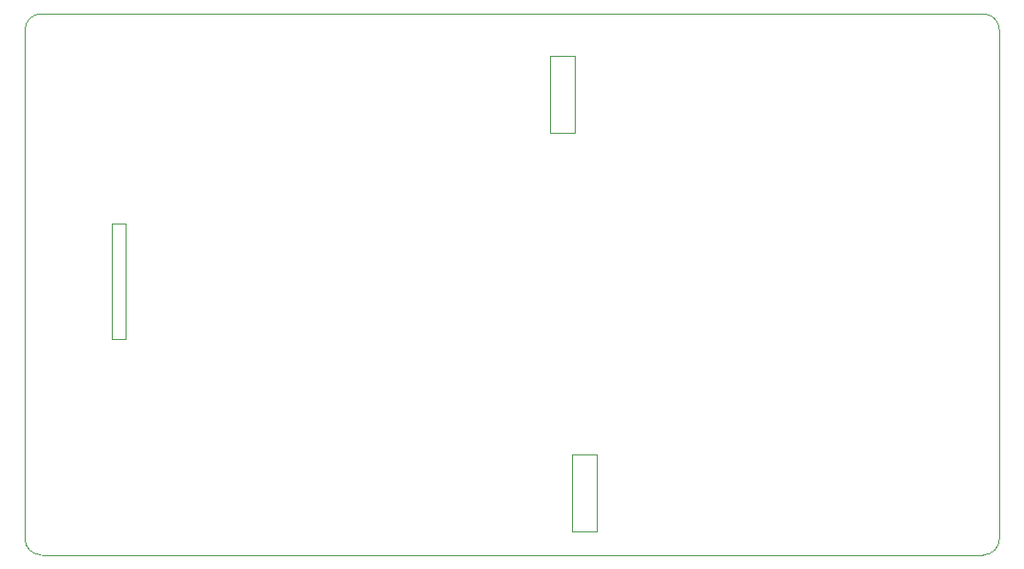
<source format=gbr>
%TF.GenerationSoftware,KiCad,Pcbnew,6.0.4*%
%TF.CreationDate,2022-07-27T16:30:25-04:00*%
%TF.ProjectId,verter,76657274-6572-42e6-9b69-6361645f7063,rev?*%
%TF.SameCoordinates,Original*%
%TF.FileFunction,Profile,NP*%
%FSLAX46Y46*%
G04 Gerber Fmt 4.6, Leading zero omitted, Abs format (unit mm)*
G04 Created by KiCad (PCBNEW 6.0.4) date 2022-07-27 16:30:25*
%MOMM*%
%LPD*%
G01*
G04 APERTURE LIST*
%TA.AperFunction,Profile*%
%ADD10C,0.100000*%
%TD*%
%TA.AperFunction,Profile*%
%ADD11C,0.120000*%
%TD*%
G04 APERTURE END LIST*
D10*
X190000000Y-101500000D02*
G75*
G03*
X188500000Y-100000000I-1500000J0D01*
G01*
X101500000Y-100000000D02*
G75*
G03*
X100000000Y-101500000I0J-1500000D01*
G01*
X188500000Y-100000000D02*
X101500000Y-100000000D01*
X101550000Y-150000000D02*
X188500000Y-150000000D01*
X188500000Y-150000000D02*
G75*
G03*
X190000000Y-148500000I0J1500000D01*
G01*
X100000000Y-148500000D02*
G75*
G03*
X101500000Y-150000000I1500000J0D01*
G01*
X190000000Y-148500000D02*
X190000000Y-101500000D01*
X100000000Y-101500000D02*
X100000000Y-148500000D01*
D11*
%TO.C,C6*%
X148534000Y-103894000D02*
X150820000Y-103894000D01*
X148534000Y-111006000D02*
X148534000Y-103894000D01*
X150820000Y-103894000D02*
X150820000Y-111006000D01*
X150820000Y-111006000D02*
X148534000Y-111006000D01*
%TO.C,U4*%
X107984000Y-119366000D02*
X109254000Y-119366000D01*
X109254000Y-119366000D02*
X109254000Y-130034000D01*
X107984000Y-130034000D02*
X107984000Y-119366000D01*
X109254000Y-130034000D02*
X107984000Y-130034000D01*
%TO.C,C7*%
X150530000Y-147856000D02*
X150530000Y-140744000D01*
X150530000Y-140744000D02*
X152816000Y-140744000D01*
X152816000Y-140744000D02*
X152816000Y-147856000D01*
X152816000Y-147856000D02*
X150530000Y-147856000D01*
%TD*%
M02*

</source>
